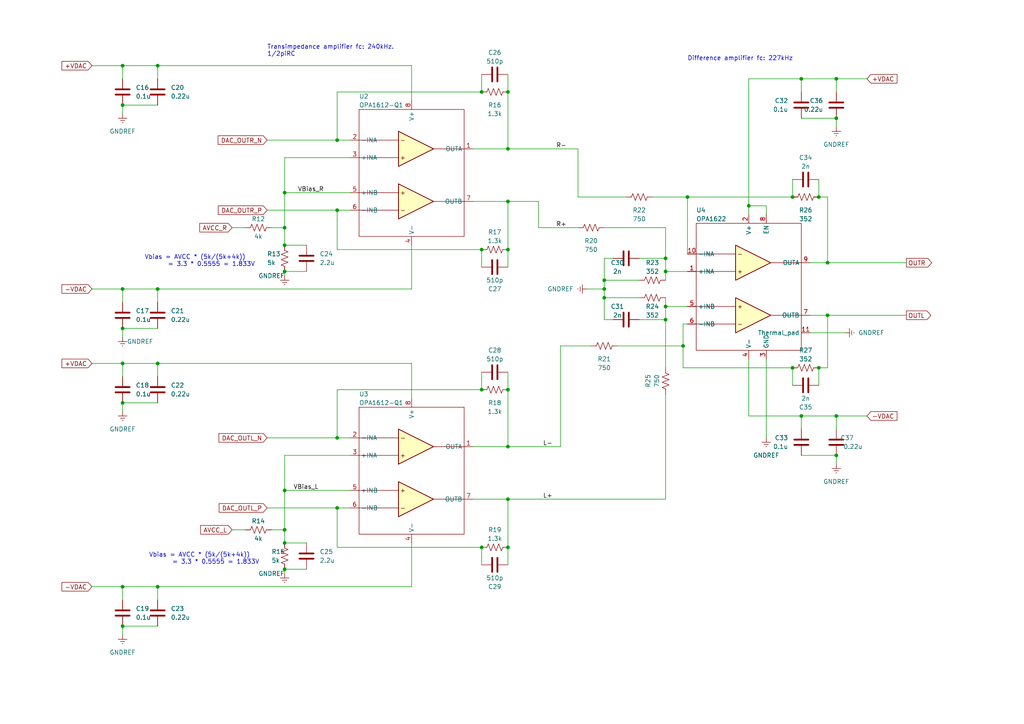
<source format=kicad_sch>
(kicad_sch (version 20211123) (generator eeschema)
  (paper "A4")
  (title_block (title "Output Stage"))
  (lib_symbols
    (symbol "Device:C" (pin_numbers hide) (pin_names (offset 0.254))
      (property "Reference" "C" (at 0.635 2.54 0))
      (property "Value" "C" (at 0.635 -2.54 0))
      (symbol "C_0_1"
        (polyline (pts (xy -2.032 -0.762) (xy 2.032 -0.762)) (stroke (width 0.508)))
        (polyline (pts (xy -2.032 0.762) (xy 2.032 0.762)) (stroke (width 0.508)))
      )
      (symbol "C_1_1"
        (pin passive line (at 0 3.81 270) (length 2.794) (name "~") (number "1"))
        (pin passive line (at 0 -3.81 90) (length 2.794) (name "~") (number "2"))
      )
    )
    (symbol "Device:R_US" (pin_numbers hide) (pin_names (offset 0))
      (property "Reference" "R" (at 2.54 0 90))
      (property "Value" "R_US" (at -2.54 0 90))
      (symbol "R_US_0_1"
        (polyline (pts (xy 0 -2.286) (xy 0 -2.54)))
        (polyline (pts (xy 0 2.286) (xy 0 2.54)))
        (polyline (pts (xy 0 -0.762) (xy 1.016 -1.143) (xy 0 -1.524) (xy -1.016 -1.905) (xy 0 -2.286)))
        (polyline (pts (xy 0 0.762) (xy 1.016 0.381) (xy 0 0) (xy -1.016 -0.381) (xy 0 -0.762)))
        (polyline (pts (xy 0 2.286) (xy 1.016 1.905) (xy 0 1.524) (xy -1.016 1.143) (xy 0 0.762)))
      )
      (symbol "R_US_1_1"
        (pin passive line (at 0 3.81 270) (length 1.27) (name "~") (number "1"))
        (pin passive line (at 0 -3.81 90) (length 1.27) (name "~") (number "2"))
      )
    )
    (symbol "power:GNDREF" (power) (pin_names (offset 0))
      (property "Value" "GNDREF" (at 0 -3.81 0))
      (symbol "GNDREF_0_1"
        (polyline (pts (xy -0.635 -1.905) (xy 0.635 -1.905)))
        (polyline (pts (xy -0.127 -2.54) (xy 0.127 -2.54)))
        (polyline (pts (xy 0 -1.27) (xy 0 0)))
        (polyline (pts (xy 1.27 -1.27) (xy -1.27 -1.27)))
      )
      (symbol "GNDREF_1_1"
        (pin power_in line (at 0 0 270) (length 0) hide (name "GNDREF") (number "1"))
      )
    )
    (symbol "steDAC:OPA1612-Q1"
      (property "Reference" "U" (at 1.27 1.27 0))
      (property "Value" "OPA1612-Q1" (at 6.35 3.81 0))
      (symbol "OPA1612-Q1_0_0"
        (polyline (pts (xy 0 -29.21) (xy 11.43 -29.21)))
        (polyline (pts (xy 0 -24.13) (xy 11.43 -24.13)))
        (polyline (pts (xy 0 -13.97) (xy 11.43 -13.97)))
        (polyline (pts (xy 0 -8.89) (xy 11.43 -8.89)))
        (polyline (pts (xy 21.59 -26.67) (xy 30.48 -26.67)))
        (polyline (pts (xy 21.59 -11.43) (xy 30.48 -11.43)))
        (text "+" (at 12.7 -24.13 0) (effects (font (size 1.27 1.27))))
        (text "+" (at 12.7 -13.97 0) (effects (font (size 1.27 1.27))))
        (text "-" (at 12.7 -29.21 0) (effects (font (size 1.27 1.27))))
        (text "-" (at 12.7 -8.89 0) (effects (font (size 1.27 1.27))))
      )
      (symbol "OPA1612-Q1_0_1"
        (polyline (pts (xy 21.59 -26.67) (xy 11.43 -31.75) (xy 11.43 -21.59) (xy 21.59 -26.67)) (stroke (width 0.254)) (fill (type background)))
        (polyline (pts (xy 21.59 -11.43) (xy 11.43 -6.35) (xy 11.43 -16.51) (xy 21.59 -11.43)) (stroke (width 0.254)) (fill (type background)))
        (rectangle (start 0 0) (end 30.48 -36.83))
      )
      (symbol "OPA1612-Q1_1_1"
        (pin output line (at 33.02 -11.43 180) (length 2.54) (name "OUTA") (number "1"))
        (pin input line (at -2.54 -8.89 0) (length 2.54) (name "-INA") (number "2"))
        (pin input line (at -2.54 -13.97 0) (length 2.54) (name "+INA") (number "3"))
        (pin power_in line (at 15.24 -39.37 90) (length 2.54) (name "V-") (number "4"))
        (pin input line (at -2.54 -24.13 0) (length 2.54) (name "+INB") (number "5"))
        (pin input line (at -2.54 -29.21 0) (length 2.54) (name "-INB") (number "6"))
        (pin output line (at 33.02 -26.67 180) (length 2.54) (name "OUTB") (number "7"))
        (pin power_in line (at 15.24 2.54 270) (length 2.54) (name "V+") (number "8"))
      )
    )
    (symbol "steDAC:OPA1622"
      (property "Reference" "U" (at 0 3.81 0))
      (property "Value" "OPA1622" (at 3.81 1.27 0))
      (symbol "OPA1622_0_0"
        (polyline (pts (xy 0 -29.21) (xy 11.43 -29.21)))
        (polyline (pts (xy 0 -24.13) (xy 11.43 -24.13)))
        (polyline (pts (xy 0 -13.97) (xy 11.43 -13.97)))
        (polyline (pts (xy 0 -8.89) (xy 11.43 -8.89)))
        (polyline (pts (xy 21.59 -26.67) (xy 30.48 -26.67)))
        (polyline (pts (xy 21.59 -11.43) (xy 30.48 -11.43)))
        (text "+" (at 12.7 -24.13 0) (effects (font (size 1.27 1.27))))
        (text "+" (at 12.7 -13.97 0) (effects (font (size 1.27 1.27))))
        (text "-" (at 12.7 -29.21 0) (effects (font (size 1.27 1.27))))
        (text "-" (at 12.7 -8.89 0) (effects (font (size 1.27 1.27))))
      )
      (symbol "OPA1622_0_1"
        (polyline (pts (xy 21.59 -26.67) (xy 11.43 -31.75) (xy 11.43 -21.59) (xy 21.59 -26.67)) (stroke (width 0.254)) (fill (type background)))
        (polyline (pts (xy 21.59 -11.43) (xy 11.43 -6.35) (xy 11.43 -16.51) (xy 21.59 -11.43)) (stroke (width 0.254)) (fill (type background)))
        (rectangle (start 0 0) (end 30.48 -36.83))
      )
      (symbol "OPA1622_1_1"
        (pin input line (at -2.54 -13.97 0) (length 2.54) (name "+INA") (number "1"))
        (pin input line (at -2.54 -8.89 0) (length 2.54) (name "-INA") (number "10"))
        (pin passive line (at 33.02 -31.75 180) (length 2.54) (name "Thermal_pad") (number "11"))
        (pin power_in line (at 15.24 2.54 270) (length 2.54) (name "V+") (number "2"))
        (pin power_in line (at 20.32 -39.37 90) (length 2.54) (name "GND") (number "3"))
        (pin power_in line (at 15.24 -39.37 90) (length 2.54) (name "V-") (number "4"))
        (pin input line (at -2.54 -24.13 0) (length 2.54) (name "+INB") (number "5"))
        (pin input line (at -2.54 -29.21 0) (length 2.54) (name "-INB") (number "6"))
        (pin output line (at 33.02 -26.67 180) (length 2.54) (name "OUTB") (number "7"))
        (pin input line (at 20.32 2.54 270) (length 2.54) (name "EN") (number "8"))
        (pin output line (at 33.02 -11.43 180) (length 2.54) (name "OUTA") (number "9"))
      )
    )
  )
  (junction (at 240.03 91.44))
  (junction (at 242.57 132.08))
  (junction (at 82.55 71.12))
  (junction (at 82.55 142.24))
  (junction (at 139.7 26.67))
  (junction (at 232.41 22.86))
  (junction (at 82.55 66.04))
  (junction (at 193.04 88.9))
  (junction (at 35.56 170.18))
  (junction (at 147.32 144.78))
  (junction (at 82.55 165.1))
  (junction (at 193.04 92.71))
  (junction (at 147.32 43.18))
  (junction (at 193.04 74.93))
  (junction (at 45.72 105.41))
  (junction (at 237.49 106.68))
  (junction (at 147.32 158.75))
  (junction (at 35.56 181.61))
  (junction (at 82.55 157.48))
  (junction (at 82.55 55.88))
  (junction (at 147.32 113.03))
  (junction (at 240.03 76.2))
  (junction (at 175.26 81.28))
  (junction (at 193.04 78.74))
  (junction (at 198.12 100.33))
  (junction (at 45.72 19.05))
  (junction (at 139.7 72.39))
  (junction (at 97.79 60.96))
  (junction (at 45.72 170.18))
  (junction (at 35.56 116.84))
  (junction (at 35.56 30.48))
  (junction (at 217.17 59.69))
  (junction (at 45.72 83.82))
  (junction (at 147.32 129.54))
  (junction (at 242.57 22.86))
  (junction (at 147.32 58.42))
  (junction (at 175.26 83.82))
  (junction (at 97.79 147.32))
  (junction (at 237.49 57.15))
  (junction (at 82.55 78.74))
  (junction (at 229.87 57.15))
  (junction (at 139.7 158.75))
  (junction (at 97.79 40.64))
  (junction (at 147.32 26.67))
  (junction (at 242.57 120.65))
  (junction (at 229.87 106.68))
  (junction (at 147.32 72.39))
  (junction (at 175.26 86.36))
  (junction (at 242.57 34.29))
  (junction (at 82.55 153.67))
  (junction (at 35.56 95.25))
  (junction (at 97.79 127))
  (junction (at 35.56 83.82))
  (junction (at 35.56 19.05))
  (junction (at 232.41 120.65))
  (junction (at 139.7 113.03))
  (junction (at 35.56 105.41))
  (junction (at 199.39 57.15))
  (wire (pts (xy 97.79 127) (xy 101.6 127)))
  (wire (pts (xy 137.16 129.54) (xy 147.32 129.54)))
  (wire (pts (xy 119.38 115.57) (xy 119.38 105.41)))
  (wire (pts (xy 139.7 107.95) (xy 139.7 113.03)))
  (wire (pts (xy 97.79 158.75) (xy 139.7 158.75)))
  (wire (pts (xy 82.55 55.88) (xy 101.6 55.88)))
  (wire (pts (xy 217.17 62.23) (xy 217.17 59.69)))
  (wire (pts (xy 82.55 153.67) (xy 78.74 153.67)))
  (wire (pts (xy 97.79 40.64) (xy 101.6 40.64)))
  (wire (pts (xy 45.72 83.82) (xy 35.56 83.82)))
  (wire (pts (xy 217.17 59.69) (xy 217.17 22.86)))
  (wire (pts (xy 171.45 100.33) (xy 162.56 100.33)))
  (wire (pts (xy 179.07 100.33) (xy 198.12 100.33)))
  (wire (pts (xy 137.16 58.42) (xy 147.32 58.42)))
  (wire (pts (xy 237.49 111.76) (xy 237.49 106.68)))
  (wire (pts (xy 119.38 71.12) (xy 119.38 83.82)))
  (wire (pts (xy 251.46 120.65) (xy 242.57 120.65)))
  (wire (pts (xy 97.79 147.32) (xy 97.79 158.75)))
  (wire (pts (xy 82.55 71.12) (xy 88.9 71.12)))
  (wire (pts (xy 97.79 113.03) (xy 139.7 113.03)))
  (wire (pts (xy 26.67 105.41) (xy 35.56 105.41)))
  (wire (pts (xy 45.72 170.18) (xy 119.38 170.18)))
  (wire (pts (xy 35.56 116.84) (xy 35.56 119.38)))
  (wire (pts (xy 240.03 91.44) (xy 234.95 91.44)))
  (wire (pts (xy 185.42 74.93) (xy 193.04 74.93)))
  (wire (pts (xy 45.72 30.48) (xy 35.56 30.48)))
  (wire (pts (xy 45.72 116.84) (xy 35.56 116.84)))
  (wire (pts (xy 97.79 72.39) (xy 139.7 72.39)))
  (wire (pts (xy 198.12 93.98) (xy 199.39 93.98)))
  (wire (pts (xy 229.87 106.68) (xy 198.12 106.68)))
  (wire (pts (xy 35.56 19.05) (xy 35.56 22.86)))
  (wire (pts (xy 222.25 104.14) (xy 222.25 127)))
  (wire (pts (xy 77.47 60.96) (xy 97.79 60.96)))
  (wire (pts (xy 26.67 19.05) (xy 35.56 19.05)))
  (wire (pts (xy 35.56 30.48) (xy 35.56 33.02)))
  (wire (pts (xy 237.49 106.68) (xy 240.03 106.68)))
  (wire (pts (xy 35.56 181.61) (xy 35.56 184.15)))
  (wire (pts (xy 177.8 74.93) (xy 175.26 74.93)))
  (wire (pts (xy 245.11 96.52) (xy 234.95 96.52)))
  (wire (pts (xy 193.04 92.71) (xy 193.04 106.68)))
  (wire (pts (xy 139.7 21.59) (xy 139.7 26.67)))
  (wire (pts (xy 193.04 86.36) (xy 193.04 88.9)))
  (wire (pts (xy 232.41 120.65) (xy 242.57 120.65)))
  (wire (pts (xy 101.6 45.72) (xy 82.55 45.72)))
  (wire (pts (xy 45.72 83.82) (xy 119.38 83.82)))
  (wire (pts (xy 198.12 106.68) (xy 198.12 100.33)))
  (wire (pts (xy 232.41 26.67) (xy 232.41 22.86)))
  (wire (pts (xy 147.32 129.54) (xy 147.32 113.03)))
  (wire (pts (xy 193.04 88.9) (xy 199.39 88.9)))
  (wire (pts (xy 242.57 22.86) (xy 242.57 26.67)))
  (wire (pts (xy 193.04 74.93) (xy 193.04 78.74)))
  (wire (pts (xy 167.64 57.15) (xy 167.64 43.18)))
  (wire (pts (xy 67.31 66.04) (xy 71.12 66.04)))
  (wire (pts (xy 242.57 120.65) (xy 242.57 124.46)))
  (wire (pts (xy 175.26 92.71) (xy 175.26 86.36)))
  (wire (pts (xy 242.57 132.08) (xy 242.57 134.62)))
  (wire (pts (xy 198.12 100.33) (xy 198.12 93.98)))
  (wire (pts (xy 167.64 66.04) (xy 156.21 66.04)))
  (wire (pts (xy 97.79 26.67) (xy 139.7 26.67)))
  (wire (pts (xy 147.32 144.78) (xy 147.32 158.75)))
  (wire (pts (xy 170.18 83.82) (xy 175.26 83.82)))
  (wire (pts (xy 240.03 57.15) (xy 240.03 76.2)))
  (wire (pts (xy 97.79 40.64) (xy 97.79 26.67)))
  (wire (pts (xy 199.39 57.15) (xy 199.39 73.66)))
  (wire (pts (xy 185.42 92.71) (xy 193.04 92.71)))
  (wire (pts (xy 45.72 109.22) (xy 45.72 105.41)))
  (wire (pts (xy 175.26 83.82) (xy 175.26 86.36)))
  (wire (pts (xy 162.56 129.54) (xy 147.32 129.54)))
  (wire (pts (xy 232.41 34.29) (xy 242.57 34.29)))
  (wire (pts (xy 147.32 163.83) (xy 147.32 158.75)))
  (wire (pts (xy 189.23 57.15) (xy 199.39 57.15)))
  (wire (pts (xy 162.56 100.33) (xy 162.56 129.54)))
  (wire (pts (xy 240.03 91.44) (xy 262.89 91.44)))
  (wire (pts (xy 137.16 43.18) (xy 147.32 43.18)))
  (wire (pts (xy 193.04 78.74) (xy 193.04 81.28)))
  (wire (pts (xy 229.87 52.07) (xy 229.87 57.15)))
  (wire (pts (xy 193.04 144.78) (xy 193.04 114.3)))
  (wire (pts (xy 67.31 153.67) (xy 71.12 153.67)))
  (wire (pts (xy 97.79 60.96) (xy 101.6 60.96)))
  (wire (pts (xy 240.03 106.68) (xy 240.03 91.44)))
  (wire (pts (xy 175.26 81.28) (xy 185.42 81.28)))
  (wire (pts (xy 156.21 66.04) (xy 156.21 58.42)))
  (wire (pts (xy 26.67 83.82) (xy 35.56 83.82)))
  (wire (pts (xy 82.55 80.01) (xy 82.55 78.74)))
  (wire (pts (xy 35.56 170.18) (xy 35.56 173.99)))
  (wire (pts (xy 97.79 147.32) (xy 101.6 147.32)))
  (wire (pts (xy 77.47 127) (xy 97.79 127)))
  (wire (pts (xy 82.55 142.24) (xy 101.6 142.24)))
  (wire (pts (xy 45.72 22.86) (xy 45.72 19.05)))
  (wire (pts (xy 35.56 105.41) (xy 45.72 105.41)))
  (wire (pts (xy 193.04 66.04) (xy 193.04 74.93)))
  (wire (pts (xy 26.67 170.18) (xy 35.56 170.18)))
  (wire (pts (xy 222.25 59.69) (xy 217.17 59.69)))
  (wire (pts (xy 217.17 22.86) (xy 232.41 22.86)))
  (wire (pts (xy 82.55 157.48) (xy 88.9 157.48)))
  (wire (pts (xy 217.17 104.14) (xy 217.17 120.65)))
  (wire (pts (xy 237.49 52.07) (xy 237.49 57.15)))
  (wire (pts (xy 97.79 60.96) (xy 97.79 72.39)))
  (wire (pts (xy 35.56 95.25) (xy 35.56 97.79)))
  (wire (pts (xy 82.55 55.88) (xy 82.55 66.04)))
  (wire (pts (xy 82.55 78.74) (xy 88.9 78.74)))
  (wire (pts (xy 82.55 165.1) (xy 88.9 165.1)))
  (wire (pts (xy 251.46 22.86) (xy 242.57 22.86)))
  (wire (pts (xy 45.72 170.18) (xy 35.56 170.18)))
  (wire (pts (xy 175.26 86.36) (xy 185.42 86.36)))
  (wire (pts (xy 82.55 166.37) (xy 82.55 165.1)))
  (wire (pts (xy 147.32 21.59) (xy 147.32 26.67)))
  (wire (pts (xy 77.47 40.64) (xy 97.79 40.64)))
  (wire (pts (xy 35.56 19.05) (xy 45.72 19.05)))
  (wire (pts (xy 82.55 132.08) (xy 82.55 142.24)))
  (wire (pts (xy 147.32 107.95) (xy 147.32 113.03)))
  (wire (pts (xy 232.41 132.08) (xy 242.57 132.08)))
  (wire (pts (xy 242.57 34.29) (xy 242.57 36.83)))
  (wire (pts (xy 175.26 74.93) (xy 175.26 81.28)))
  (wire (pts (xy 82.55 66.04) (xy 82.55 71.12)))
  (wire (pts (xy 232.41 124.46) (xy 232.41 120.65)))
  (wire (pts (xy 242.57 22.86) (xy 232.41 22.86)))
  (wire (pts (xy 147.32 58.42) (xy 156.21 58.42)))
  (wire (pts (xy 45.72 87.63) (xy 45.72 83.82)))
  (wire (pts (xy 147.32 58.42) (xy 147.32 72.39)))
  (wire (pts (xy 137.16 144.78) (xy 147.32 144.78)))
  (wire (pts (xy 119.38 105.41) (xy 45.72 105.41)))
  (wire (pts (xy 237.49 57.15) (xy 240.03 57.15)))
  (wire (pts (xy 82.55 142.24) (xy 82.55 153.67)))
  (wire (pts (xy 119.38 19.05) (xy 45.72 19.05)))
  (wire (pts (xy 181.61 57.15) (xy 167.64 57.15)))
  (wire (pts (xy 240.03 76.2) (xy 262.89 76.2)))
  (wire (pts (xy 139.7 163.83) (xy 139.7 158.75)))
  (wire (pts (xy 101.6 132.08) (xy 82.55 132.08)))
  (wire (pts (xy 45.72 173.99) (xy 45.72 170.18)))
  (wire (pts (xy 240.03 76.2) (xy 234.95 76.2)))
  (wire (pts (xy 77.47 147.32) (xy 97.79 147.32)))
  (wire (pts (xy 45.72 95.25) (xy 35.56 95.25)))
  (wire (pts (xy 147.32 144.78) (xy 193.04 144.78)))
  (wire (pts (xy 199.39 78.74) (xy 193.04 78.74)))
  (wire (pts (xy 35.56 83.82) (xy 35.56 87.63)))
  (wire (pts (xy 199.39 57.15) (xy 229.87 57.15)))
  (wire (pts (xy 222.25 62.23) (xy 222.25 59.69)))
  (wire (pts (xy 147.32 77.47) (xy 147.32 72.39)))
  (wire (pts (xy 193.04 88.9) (xy 193.04 92.71)))
  (wire (pts (xy 139.7 77.47) (xy 139.7 72.39)))
  (wire (pts (xy 167.64 43.18) (xy 147.32 43.18)))
  (wire (pts (xy 35.56 105.41) (xy 35.56 109.22)))
  (wire (pts (xy 97.79 127) (xy 97.79 113.03)))
  (wire (pts (xy 175.26 81.28) (xy 175.26 83.82)))
  (wire (pts (xy 175.26 66.04) (xy 193.04 66.04)))
  (wire (pts (xy 82.55 45.72) (xy 82.55 55.88)))
  (wire (pts (xy 119.38 157.48) (xy 119.38 170.18)))
  (wire (pts (xy 119.38 29.21) (xy 119.38 19.05)))
  (wire (pts (xy 147.32 43.18) (xy 147.32 26.67)))
  (wire (pts (xy 45.72 181.61) (xy 35.56 181.61)))
  (wire (pts (xy 229.87 111.76) (xy 229.87 106.68)))
  (wire (pts (xy 177.8 92.71) (xy 175.26 92.71)))
  (wire (pts (xy 217.17 120.65) (xy 232.41 120.65)))
  (wire (pts (xy 78.74 66.04) (xy 82.55 66.04)))
  (wire (pts (xy 82.55 153.67) (xy 82.55 157.48)))
  (text "Transimpedance amplifier fc: 240kHz.\n1/2piRC" (at 77.47 16.51 0) (effects (font (size 1.27 1.27)) (justify left bottom)))
  (text "Difference amplifier fc: 227kHz" (at 199.39 17.78 0) (effects (font (size 1.27 1.27)) (justify left bottom)))
  (text "Vbias = AVCC * (5k/(5k+4k)) \n	  = 3.3 * 0.5555 = 1.833V" (at 43.18 163.83 0) (effects (font (size 1.27 1.27)) (justify left bottom)))
  (text "Vbias = AVCC * (5k/(5k+4k)) \n	  = 3.3 * 0.5555 = 1.833V" (at 41.91 77.47 0) (effects (font (size 1.27 1.27)) (justify left bottom)))
  (label "L+" (at 157.48 144.78 0))
  (label "L-" (at 157.48 129.54 0))
  (label "VBias_L" (at 85.09 142.24 0))
  (label "VBias_R" (at 86.36 55.88 0))
  (label "R+" (at 161.29 66.04 0))
  (label "R-" (at 161.29 43.18 0))
  (global_label "OUTR" (shape output) (at 262.89 76.2 0) (property "Intersheet References" "${INTERSHEET_REFS}" (effects hide)))
  (global_label "-VDAC" (shape input) (at 26.67 83.82 180) (property "Intersheet References" "${INTERSHEET_REFS}" (effects hide)))
  (global_label "+VDAC" (shape input) (at 26.67 105.41 180) (property "Intersheet References" "${INTERSHEET_REFS}" (effects hide)))
  (global_label "OUTL" (shape output) (at 262.89 91.44 0) (property "Intersheet References" "${INTERSHEET_REFS}" (effects hide)))
  (global_label "DAC_OUTL_N" (shape input) (at 77.47 127 180) (property "Intersheet References" "${INTERSHEET_REFS}" (effects hide)))
  (global_label "AVCC_R" (shape input) (at 67.31 66.04 180) (property "Intersheet References" "${INTERSHEET_REFS}" (effects hide)))
  (global_label "DAC_OUTR_P" (shape input) (at 77.47 60.96 180) (property "Intersheet References" "${INTERSHEET_REFS}" (effects hide)))
  (global_label "-VDAC" (shape input) (at 251.46 120.65 0) (property "Intersheet References" "${INTERSHEET_REFS}" (effects hide)))
  (global_label "AVCC_L" (shape input) (at 67.31 153.67 180) (property "Intersheet References" "${INTERSHEET_REFS}" (effects hide)))
  (global_label "DAC_OUTL_P" (shape input) (at 77.47 147.32 180) (property "Intersheet References" "${INTERSHEET_REFS}" (effects hide)))
  (global_label "+VDAC" (shape input) (at 26.67 19.05 180) (property "Intersheet References" "${INTERSHEET_REFS}" (effects hide)))
  (global_label "+VDAC" (shape input) (at 251.46 22.86 0) (property "Intersheet References" "${INTERSHEET_REFS}" (effects hide)))
  (global_label "DAC_OUTR_N" (shape input) (at 77.47 40.64 180) (property "Intersheet References" "${INTERSHEET_REFS}" (effects hide)))
  (global_label "-VDAC" (shape input) (at 26.67 170.18 180) (property "Intersheet References" "${INTERSHEET_REFS}" (effects hide)))
  (symbol (lib_id "Device:R_US") (at 185.42 57.15 270) (unit 1)
    (property "Reference" "R22" (at 185.42 60.96 90))
    (property "Value" "750" (at 185.42 63.5 90))
    (property "Footprint" "Resistor_SMD:R_0805_2012Metric_Pad1.20x1.40mm_HandSolder" (effects hide))
    (property "Part Number" "TNPW0805750RBEEA" (effects hide))
    (property "Mouser Part Number" "71-TNPW0805750RBEEA" (effects hide))
  )
  (symbol (lib_id "Device:C") (at 35.56 91.44 180) (unit 1)
    (property "Reference" "C17" (at 39.37 90.1699 0) (effects (justify right)))
    (property "Value" "0.1u" (at 39.37 92.7099 0) (effects (justify right)))
    (property "Footprint" "Capacitor_SMD:C_0805_2012Metric_Pad1.18x1.45mm_HandSolder" (effects hide))
    (property "Part Number" "CL21B104KBCNFNC" (effects hide))
    (property "Mouser Part Number" "187-CL21B104KBCNFNC" (effects hide))
  )
  (symbol (lib_id "Device:R_US") (at 233.68 106.68 90) (unit 1)
    (property "Reference" "R27" (at 233.68 101.6 90))
    (property "Value" "352" (at 233.68 104.14 90))
    (property "Footprint" "Resistor_SMD:R_0805_2012Metric_Pad1.20x1.40mm_HandSolder" (effects hide))
    (property "Part Number" "RN73H2ATTD3520B25" (effects hide))
    (property "Mouser Part Number" "660-RN73H2ATD3520B25" (effects hide))
  )
  (symbol (lib_id "Device:R_US") (at 74.93 153.67 270) (unit 1)
    (property "Reference" "R14" (at 74.93 151.13 90))
    (property "Value" "4k" (at 74.93 156.21 90))
    (property "Footprint" "Resistor_SMD:R_0805_2012Metric_Pad1.20x1.40mm_HandSolder" (effects hide))
    (property "Part Number" "TNPW08054K02BYEN" (effects hide))
    (property "Mouser Part Number" "71-TNPW08054K02BYEN" (effects hide))
  )
  (symbol (lib_id "Device:C") (at 143.51 77.47 90) (unit 1)
    (property "Reference" "C27" (at 143.51 83.82 90))
    (property "Value" "510p" (at 143.51 81.28 90))
    (property "Footprint" "Capacitor_SMD:C_0805_2012Metric_Pad1.18x1.45mm_HandSolder" (effects hide))
    (property "Part Number" "C0805C511F3HACTU" (effects hide))
    (property "Mouser Part Number" "80-C0805C511F3HACTU" (effects hide))
  )
  (symbol (lib_id "Device:C") (at 242.57 128.27 0) (mirror x) (unit 1)
    (property "Reference" "C37" (at 247.65 127 0) (effects (justify right)))
    (property "Value" "0.22u" (at 250.19 129.54 0) (effects (justify right)))
    (property "Footprint" "Capacitor_SMD:C_0805_2012Metric_Pad1.18x1.45mm_HandSolder" (effects hide))
    (property "Part Number" "0805YC224JAT2A" (effects hide))
    (property "Mouser Part Number" "581-0805YC224JAT2A" (effects hide))
  )
  (symbol (lib_id "Device:C") (at 181.61 74.93 270) (unit 1)
    (property "Reference" "C30" (at 179.07 76.2 90))
    (property "Value" "2n" (at 179.07 78.74 90))
    (property "Footprint" "Capacitor_SMD:C_0805_2012Metric_Pad1.18x1.45mm_HandSolder" (effects hide))
    (property "Part Number" "C0805C202F4HACAUTO" (effects hide))
    (property "Mouser Part Number" "80-C0805C202F4HAUTO" (effects hide))
  )
  (symbol (lib_id "Device:C") (at 233.68 52.07 270) (unit 1)
    (property "Reference" "C34" (at 233.68 45.72 90))
    (property "Value" "2n" (at 233.68 48.26 90))
    (property "Footprint" "Capacitor_SMD:C_0805_2012Metric_Pad1.18x1.45mm_HandSolder" (effects hide))
    (property "Part Number" "C0805C202F4HACAUTO" (effects hide))
    (property "Mouser Part Number" "80-C0805C202F4HAUTO" (effects hide))
  )
  (symbol (lib_id "power:GNDREF") (at 242.57 36.83 0) (mirror y) (unit 1)
    (property "Reference" "#PWR0150" (effects hide))
    (property "Value" "GNDREF" (at 242.57 41.91 0))
  )
  (symbol (lib_id "Device:C") (at 233.68 111.76 90) (unit 1)
    (property "Reference" "C35" (at 233.68 118.11 90))
    (property "Value" "2n" (at 233.68 115.57 90))
    (property "Footprint" "Capacitor_SMD:C_0805_2012Metric_Pad1.18x1.45mm_HandSolder" (effects hide))
    (property "Part Number" "C0805C202F4HACAUTO" (effects hide))
    (property "Mouser Part Number" "80-C0805C202F4HAUTO" (effects hide))
  )
  (symbol (lib_id "Device:R_US") (at 82.55 74.93 180) (unit 1)
    (property "Reference" "R13" (at 77.47 73.66 0) (effects (justify right)))
    (property "Value" "5k" (at 77.47 76.2 0) (effects (justify right)))
    (property "Footprint" "Resistor_SMD:R_0805_2012Metric_Pad1.20x1.40mm_HandSolder" (effects hide))
    (property "Part Number" "PNM0805E5001BST5" (effects hide))
    (property "Mouser Part Number" "71-PNM0805E5001BST5" (effects hide))
  )
  (symbol (lib_id "Device:R_US") (at 143.51 26.67 270) (unit 1)
    (property "Reference" "R16" (at 143.51 30.48 90))
    (property "Value" "1.3k" (at 143.51 33.02 90))
    (property "Footprint" "Resistor_SMD:R_0805_2012Metric_Pad1.20x1.40mm_HandSolder" (effects hide))
    (property "Part Number" "RG2012P-132-B-T5" (effects hide))
    (property "Mouser Part Number" "754-RG2012P-132-BT5" (effects hide))
  )
  (symbol (lib_id "Device:C") (at 45.72 91.44 180) (unit 1)
    (property "Reference" "C21" (at 49.53 90.1699 0) (effects (justify right)))
    (property "Value" "0.22u" (at 49.53 92.7099 0) (effects (justify right)))
    (property "Footprint" "Capacitor_SMD:C_0805_2012Metric_Pad1.18x1.45mm_HandSolder" (effects hide))
    (property "Part Number" "0805YC224JAT2A" (effects hide))
    (property "Mouser Part Number" "581-0805YC224JAT2A" (effects hide))
  )
  (symbol (lib_id "steDAC:OPA1612-Q1") (at 104.14 118.11 0) (unit 1)
    (property "Reference" "U3" (at 104.14 114.3 0) (effects (justify left)))
    (property "Value" "OPA1612-Q1" (at 104.14 116.84 0) (effects (justify left)))
    (property "Footprint" "SamacSys_Parts:SOIC127P600X175-8N" (effects hide))
    (property "Part Number" "OPA1612AQDRQ1" (effects hide))
    (property "Mouser Part Number" "595-OPA1612AQDRQ1" (effects hide))
  )
  (symbol (lib_id "Device:C") (at 143.51 163.83 90) (unit 1)
    (property "Reference" "C29" (at 143.51 170.18 90))
    (property "Value" "510p" (at 143.51 167.64 90))
    (property "Footprint" "Capacitor_SMD:C_0805_2012Metric_Pad1.18x1.45mm_HandSolder" (effects hide))
    (property "Part Number" "C0805C511F3HACTU" (effects hide))
    (property "Mouser Part Number" "80-C0805C511F3HACTU" (effects hide))
  )
  (symbol (lib_id "power:GNDREF") (at 82.55 166.37 0) (unit 1)
    (property "Reference" "#PWR0143" (effects hide))
    (property "Value" "GNDREF" (at 78.74 166.37 0))
  )
  (symbol (lib_id "Device:C") (at 45.72 113.03 180) (unit 1)
    (property "Reference" "C22" (at 49.53 111.7599 0) (effects (justify right)))
    (property "Value" "0.22u" (at 49.53 114.2999 0) (effects (justify right)))
    (property "Footprint" "Capacitor_SMD:C_0805_2012Metric_Pad1.18x1.45mm_HandSolder" (effects hide))
    (property "Part Number" "0805YC224JAT2A" (effects hide))
    (property "Mouser Part Number" "581-0805YC224JAT2A" (effects hide))
  )
  (symbol (lib_id "Device:C") (at 45.72 26.67 180) (unit 1)
    (property "Reference" "C20" (at 49.53 25.3999 0) (effects (justify right)))
    (property "Value" "0.22u" (at 49.53 27.9399 0) (effects (justify right)))
    (property "Footprint" "Capacitor_SMD:C_0805_2012Metric_Pad1.18x1.45mm_HandSolder" (effects hide))
    (property "Part Number" "0805YC224JAT2A" (effects hide))
    (property "Mouser Part Number" "581-0805YC224JAT2A" (effects hide))
  )
  (symbol (lib_id "Device:C") (at 35.56 113.03 180) (unit 1)
    (property "Reference" "C18" (at 39.37 111.7599 0) (effects (justify right)))
    (property "Value" "0.1u" (at 39.37 114.2999 0) (effects (justify right)))
    (property "Footprint" "Capacitor_SMD:C_0805_2012Metric_Pad1.18x1.45mm_HandSolder" (effects hide))
    (property "Part Number" "CL21B104KBCNFNC" (effects hide))
    (property "Mouser Part Number" "187-CL21B104KBCNFNC" (effects hide))
  )
  (symbol (lib_id "Device:C") (at 143.51 21.59 270) (unit 1)
    (property "Reference" "C26" (at 143.51 15.24 90))
    (property "Value" "510p" (at 143.51 17.78 90))
    (property "Footprint" "Capacitor_SMD:C_0805_2012Metric_Pad1.18x1.45mm_HandSolder" (effects hide))
    (property "Part Number" "C0805C511F3HACTU" (effects hide))
    (property "Mouser Part Number" "80-C0805C511F3HACTU" (effects hide))
  )
  (symbol (lib_id "Device:R_US") (at 189.23 86.36 270) (unit 1)
    (property "Reference" "R24" (at 189.23 88.9 90))
    (property "Value" "352" (at 189.23 91.44 90))
    (property "Footprint" "Resistor_SMD:R_0805_2012Metric_Pad1.20x1.40mm_HandSolder" (effects hide))
    (property "Part Number" "RN73H2ATTD3520B25" (effects hide))
    (property "Mouser Part Number" "660-RN73H2ATD3520B25" (effects hide))
  )
  (symbol (lib_id "power:GNDREF") (at 245.11 96.52 90) (mirror x) (unit 1)
    (property "Reference" "#PWR0147" (effects hide))
    (property "Value" "GNDREF" (at 248.92 96.5199 90) (effects (justify right)))
  )
  (symbol (lib_id "Device:R_US") (at 74.93 66.04 270) (unit 1)
    (property "Reference" "R12" (at 74.93 63.5 90))
    (property "Value" "4k" (at 74.93 68.58 90))
    (property "Footprint" "Resistor_SMD:R_0805_2012Metric_Pad1.20x1.40mm_HandSolder" (effects hide))
    (property "Part Number" "TNPW08054K02BYEN" (effects hide))
    (property "Mouser Part Number" "71-TNPW08054K02BYEN" (effects hide))
  )
  (symbol (lib_id "Device:R_US") (at 193.04 110.49 180) (unit 1)
    (property "Reference" "R25" (at 187.96 110.49 90))
    (property "Value" "750" (at 190.5 110.49 90))
    (property "Footprint" "Resistor_SMD:R_0805_2012Metric_Pad1.20x1.40mm_HandSolder" (effects hide))
    (property "Part Number" "TNPW0805750RBEEA" (effects hide))
    (property "Mouser Part Number" "71-TNPW0805750RBEEA" (effects hide))
  )
  (symbol (lib_id "Device:C") (at 45.72 177.8 180) (unit 1)
    (property "Reference" "C23" (at 49.53 176.5299 0) (effects (justify right)))
    (property "Value" "0.22u" (at 49.53 179.0699 0) (effects (justify right)))
    (property "Footprint" "Capacitor_SMD:C_0805_2012Metric_Pad1.18x1.45mm_HandSolder" (effects hide))
    (property "Part Number" "0805YC224JAT2A" (effects hide))
    (property "Mouser Part Number" "581-0805YC224JAT2A" (effects hide))
  )
  (symbol (lib_id "power:GNDREF") (at 35.56 119.38 0) (unit 1)
    (property "Reference" "#PWR0141" (effects hide))
    (property "Value" "GNDREF" (at 35.56 124.46 0))
  )
  (symbol (lib_id "power:GNDREF") (at 35.56 33.02 0) (unit 1)
    (property "Reference" "#PWR0144" (effects hide))
    (property "Value" "GNDREF" (at 35.56 38.1 0))
  )
  (symbol (lib_id "Device:C") (at 35.56 26.67 180) (unit 1)
    (property "Reference" "C16" (at 39.37 25.3999 0) (effects (justify right)))
    (property "Value" "0.1u" (at 39.37 27.9399 0) (effects (justify right)))
    (property "Footprint" "Capacitor_SMD:C_0805_2012Metric_Pad1.18x1.45mm_HandSolder" (effects hide))
    (property "Part Number" "CL21B104KBCNFNC" (effects hide))
    (property "Mouser Part Number" "187-CL21B104KBCNFNC" (effects hide))
  )
  (symbol (lib_id "Device:C") (at 181.61 92.71 90) (unit 1)
    (property "Reference" "C31" (at 179.07 88.9 90))
    (property "Value" "2n" (at 179.07 91.44 90))
    (property "Footprint" "Capacitor_SMD:C_0805_2012Metric_Pad1.18x1.45mm_HandSolder" (effects hide))
    (property "Part Number" "C0805C202F4HACAUTO" (effects hide))
    (property "Mouser Part Number" "80-C0805C202F4HAUTO" (effects hide))
  )
  (symbol (lib_id "power:GNDREF") (at 82.55 80.01 0) (unit 1)
    (property "Reference" "#PWR0140" (effects hide))
    (property "Value" "GNDREF" (at 78.74 80.01 0))
  )
  (symbol (lib_id "Device:C") (at 88.9 161.29 180) (unit 1)
    (property "Reference" "C25" (at 92.71 160.0199 0) (effects (justify right)))
    (property "Value" "2.2u" (at 92.71 162.5599 0) (effects (justify right)))
    (property "Footprint" "Capacitor_SMD:C_0805_2012Metric_Pad1.18x1.45mm_HandSolder" (effects hide))
    (property "Part Number" "0805ZD225KAT4A" (effects hide))
    (property "Mouser Part Number" "581-0805ZD225KAT4A" (effects hide))
  )
  (symbol (lib_id "power:GNDREF") (at 170.18 83.82 270) (unit 1)
    (property "Reference" "#PWR0149" (effects hide))
    (property "Value" "GNDREF" (at 162.56 83.82 90))
  )
  (symbol (lib_id "Device:R_US") (at 233.68 57.15 270) (unit 1)
    (property "Reference" "R26" (at 233.68 60.96 90))
    (property "Value" "352" (at 233.68 63.5 90))
    (property "Footprint" "Resistor_SMD:R_0805_2012Metric_Pad1.20x1.40mm_HandSolder" (effects hide))
    (property "Part Number" "RN73H2ATTD3520B25" (effects hide))
    (property "Mouser Part Number" "660-RN73H2ATD3520B25" (effects hide))
  )
  (symbol (lib_id "Device:R_US") (at 189.23 81.28 90) (unit 1)
    (property "Reference" "R23" (at 189.23 76.2 90))
    (property "Value" "352" (at 189.23 78.74 90))
    (property "Footprint" "Resistor_SMD:R_0805_2012Metric_Pad1.20x1.40mm_HandSolder" (effects hide))
    (property "Part Number" "RN73H2ATTD3520B25" (effects hide))
    (property "Mouser Part Number" "660-RN73H2ATD3520B25" (effects hide))
  )
  (symbol (lib_id "Device:C") (at 143.51 107.95 270) (unit 1)
    (property "Reference" "C28" (at 143.51 101.6 90))
    (property "Value" "510p" (at 143.51 104.14 90))
    (property "Footprint" "Capacitor_SMD:C_0805_2012Metric_Pad1.18x1.45mm_HandSolder" (effects hide))
    (property "Part Number" "C0805C511F3HACTU" (effects hide))
    (property "Mouser Part Number" "80-C0805C511F3HACTU" (effects hide))
  )
  (symbol (lib_id "Device:R_US") (at 82.55 161.29 180) (unit 1)
    (property "Reference" "R15" (at 78.74 160.02 0) (effects (justify right)))
    (property "Value" "5k" (at 78.74 162.56 0) (effects (justify right)))
    (property "Footprint" "Resistor_SMD:R_0805_2012Metric_Pad1.20x1.40mm_HandSolder" (effects hide))
    (property "Part Number" "PNM0805E5001BST5" (effects hide))
    (property "Mouser Part Number" "71-PNM0805E5001BST5" (effects hide))
  )
  (symbol (lib_id "Device:R_US") (at 143.51 113.03 270) (unit 1)
    (property "Reference" "R18" (at 143.51 116.84 90))
    (property "Value" "1.3k" (at 143.51 119.38 90))
    (property "Footprint" "Resistor_SMD:R_0805_2012Metric_Pad1.20x1.40mm_HandSolder" (effects hide))
    (property "Part Number" "RG2012P-132-B-T5" (effects hide))
    (property "Mouser Part Number" "754-RG2012P-132-BT5" (effects hide))
  )
  (symbol (lib_id "Device:C") (at 242.57 30.48 0) (mirror x) (unit 1)
    (property "Reference" "C36" (at 238.76 29.2099 0) (effects (justify right)))
    (property "Value" "0.22u" (at 238.76 31.7499 0) (effects (justify right)))
    (property "Footprint" "Capacitor_SMD:C_0805_2012Metric_Pad1.18x1.45mm_HandSolder" (effects hide))
    (property "Part Number" "0805YC224JAT2A" (effects hide))
    (property "Mouser Part Number" "581-0805YC224JAT2A" (effects hide))
  )
  (symbol (lib_id "Device:C") (at 232.41 30.48 0) (mirror x) (unit 1)
    (property "Reference" "C32" (at 228.6 29.2099 0) (effects (justify right)))
    (property "Value" "0.1u" (at 228.6 31.7499 0) (effects (justify right)))
    (property "Footprint" "Capacitor_SMD:C_0805_2012Metric_Pad1.18x1.45mm_HandSolder" (effects hide))
    (property "Mouser Part Number" "187-CL21B104KBCNFNC" (effects hide))
    (property "Part Number" "CL21B104KBCNFNC" (effects hide))
  )
  (symbol (lib_id "power:GNDREF") (at 35.56 184.15 0) (unit 1)
    (property "Reference" "#PWR0142" (effects hide))
    (property "Value" "GNDREF" (at 35.56 189.23 0))
  )
  (symbol (lib_id "Device:C") (at 35.56 177.8 180) (unit 1)
    (property "Reference" "C19" (at 39.37 176.5299 0) (effects (justify right)))
    (property "Value" "0.1u" (at 39.37 179.0699 0) (effects (justify right)))
    (property "Footprint" "Capacitor_SMD:C_0805_2012Metric_Pad1.18x1.45mm_HandSolder" (effects hide))
    (property "Part Number" "CL21B104KBCNFNC" (effects hide))
    (property "Mouser Part Number" "187-CL21B104KBCNFNC" (effects hide))
  )
  (symbol (lib_id "steDAC:OPA1622") (at 201.93 64.77 0) (unit 1)
    (property "Reference" "U4" (at 201.93 60.96 0) (effects (justify left)))
    (property "Value" "OPA1622" (at 201.93 63.5 0) (effects (justify left)))
    (property "Footprint" "SamacSys_Parts:SON50P300X300X100-11N" (effects hide))
    (property "Manufacturer_Name" "Texas Instruments" (effects hide))
    (property "Manufacturer_Part_Number" "OPA1622IDRCR" (effects hide))
    (property "Mouser Part Number" "595-OPA1622IDRCR" (effects hide))
    (property "Mouser Price/Stock" "https://www.mouser.co.uk/ProductDetail/Texas-Instruments/OPA1622IDRCR/?qs=8%2FmU9qzJpL8wd%252BNGqblyNw%3D%3D" (effects hide))
    (property "Arrow Part Number" "OPA1622IDRCR" (effects hide))
    (property "Arrow Price/Stock" "https://www.arrow.com/en/products/opa1622idrcr/texas-instruments" (effects hide))
  )
  (symbol (lib_id "power:GNDREF") (at 242.57 134.62 0) (mirror y) (unit 1)
    (property "Reference" "#PWR0146" (effects hide))
    (property "Value" "GNDREF" (at 242.57 139.7 0))
  )
  (symbol (lib_id "Device:R_US") (at 171.45 66.04 270) (unit 1)
    (property "Reference" "R20" (at 171.45 69.85 90))
    (property "Value" "750" (at 171.45 72.39 90))
    (property "Footprint" "Resistor_SMD:R_0805_2012Metric_Pad1.20x1.40mm_HandSolder" (effects hide))
    (property "Part Number" "TNPW0805750RBEEA" (effects hide))
    (property "Mouser Part Number" "71-TNPW0805750RBEEA" (effects hide))
  )
  (symbol (lib_id "Device:R_US") (at 175.26 100.33 270) (unit 1)
    (property "Reference" "R21" (at 175.26 104.14 90))
    (property "Value" "750" (at 175.26 106.68 90))
    (property "Footprint" "Resistor_SMD:R_0805_2012Metric_Pad1.20x1.40mm_HandSolder" (effects hide))
    (property "Part Number" "TNPW0805750RBEEA" (effects hide))
    (property "Mouser Part Number" "71-TNPW0805750RBEEA" (effects hide))
  )
  (symbol (lib_id "Device:C") (at 88.9 74.93 180) (unit 1)
    (property "Reference" "C24" (at 92.71 73.6599 0) (effects (justify right)))
    (property "Value" "2.2u" (at 92.71 76.1999 0) (effects (justify right)))
    (property "Footprint" "Capacitor_SMD:C_0805_2012Metric_Pad1.18x1.45mm_HandSolder" (effects hide))
    (property "Part Number" "0805ZD225KAT4A" (effects hide))
    (property "Mouser Part Number" "581-0805ZD225KAT4A" (effects hide))
  )
  (symbol (lib_id "power:GNDREF") (at 222.25 127 0) (mirror y) (unit 1)
    (property "Reference" "#PWR0148" (effects hide))
    (property "Value" "GNDREF" (at 222.25 132.08 0))
  )
  (symbol (lib_id "Device:R_US") (at 143.51 72.39 90) (unit 1)
    (property "Reference" "R17" (at 143.51 67.31 90))
    (property "Value" "1.3k" (at 143.51 69.85 90))
    (property "Footprint" "Resistor_SMD:R_0805_2012Metric_Pad1.20x1.40mm_HandSolder" (effects hide))
    (property "Part Number" "RG2012P-132-B-T5" (effects hide))
    (property "Mouser Part Number" "754-RG2012P-132-BT5" (effects hide))
  )
  (symbol (lib_id "Device:C") (at 232.41 128.27 0) (mirror x) (unit 1)
    (property "Reference" "C33" (at 228.6 126.9999 0) (effects (justify right)))
    (property "Value" "0.1u" (at 228.6 129.5399 0) (effects (justify right)))
    (property "Footprint" "Capacitor_SMD:C_0805_2012Metric_Pad1.18x1.45mm_HandSolder" (effects hide))
    (property "Mouser Part Number" "187-CL21B104KBCNFNC" (effects hide))
    (property "Part Number" "CL21B104KBCNFNC" (effects hide))
  )
  (symbol (lib_id "power:GNDREF") (at 35.56 97.79 0) (unit 1)
    (property "Reference" "#PWR0145" (effects hide))
    (property "Value" "GNDREF" (at 40.64 99.06 0))
  )
  (symbol (lib_id "Device:R_US") (at 143.51 158.75 90) (unit 1)
    (property "Reference" "R19" (at 143.51 153.67 90))
    (property "Value" "1.3k" (at 143.51 156.21 90))
    (property "Footprint" "Resistor_SMD:R_0805_2012Metric_Pad1.20x1.40mm_HandSolder" (effects hide))
    (property "Part Number" "RG2012P-132-B-T5" (effects hide))
    (property "Mouser Part Number" "754-RG2012P-132-BT5" (effects hide))
  )
  (symbol (lib_id "steDAC:OPA1612-Q1") (at 104.14 31.75 0) (unit 1)
    (property "Reference" "U2" (at 104.14 27.94 0) (effects (justify left)))
    (property "Value" "OPA1612-Q1" (at 104.14 30.48 0) (effects (justify left)))
    (property "Footprint" "SamacSys_Parts:SOIC127P600X175-8N" (effects hide))
    (property "Part Number" "OPA1612AQDRQ1" (effects hide))
    (property "Mouser Part Number" "595-OPA1612AQDRQ1" (effects hide))
  )
)
</source>
